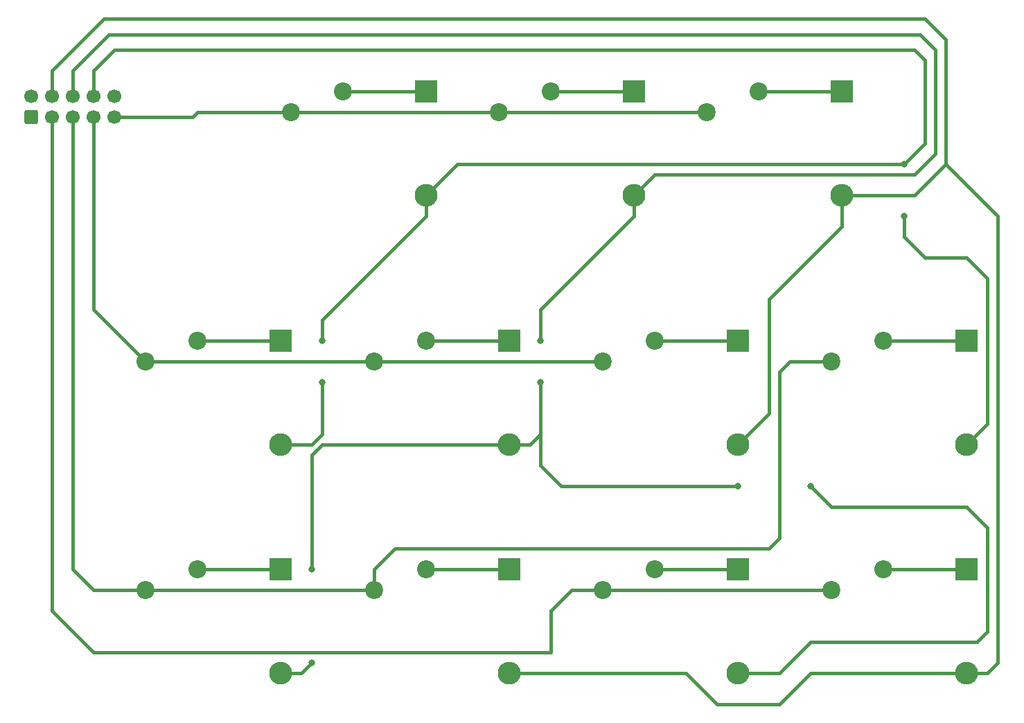
<source format=gbr>
%TF.GenerationSoftware,KiCad,Pcbnew,7.0.0-da2b9df05c~171~ubuntu22.04.1*%
%TF.CreationDate,2023-03-16T18:49:30-03:00*%
%TF.ProjectId,side_board,73696465-5f62-46f6-9172-642e6b696361,rev?*%
%TF.SameCoordinates,Original*%
%TF.FileFunction,Copper,L2,Bot*%
%TF.FilePolarity,Positive*%
%FSLAX46Y46*%
G04 Gerber Fmt 4.6, Leading zero omitted, Abs format (unit mm)*
G04 Created by KiCad (PCBNEW 7.0.0-da2b9df05c~171~ubuntu22.04.1) date 2023-03-16 18:49:30*
%MOMM*%
%LPD*%
G01*
G04 APERTURE LIST*
G04 Aperture macros list*
%AMRoundRect*
0 Rectangle with rounded corners*
0 $1 Rounding radius*
0 $2 $3 $4 $5 $6 $7 $8 $9 X,Y pos of 4 corners*
0 Add a 4 corners polygon primitive as box body*
4,1,4,$2,$3,$4,$5,$6,$7,$8,$9,$2,$3,0*
0 Add four circle primitives for the rounded corners*
1,1,$1+$1,$2,$3*
1,1,$1+$1,$4,$5*
1,1,$1+$1,$6,$7*
1,1,$1+$1,$8,$9*
0 Add four rect primitives between the rounded corners*
20,1,$1+$1,$2,$3,$4,$5,0*
20,1,$1+$1,$4,$5,$6,$7,0*
20,1,$1+$1,$6,$7,$8,$9,0*
20,1,$1+$1,$8,$9,$2,$3,0*%
G04 Aperture macros list end*
%TA.AperFunction,ComponentPad*%
%ADD10RoundRect,0.250000X0.600000X-0.600000X0.600000X0.600000X-0.600000X0.600000X-0.600000X-0.600000X0*%
%TD*%
%TA.AperFunction,ComponentPad*%
%ADD11C,1.700000*%
%TD*%
%TA.AperFunction,ComponentPad*%
%ADD12C,2.200000*%
%TD*%
%TA.AperFunction,ComponentPad*%
%ADD13R,2.800000X2.800000*%
%TD*%
%TA.AperFunction,ComponentPad*%
%ADD14O,2.800000X2.800000*%
%TD*%
%TA.AperFunction,ViaPad*%
%ADD15C,0.800000*%
%TD*%
%TA.AperFunction,Conductor*%
%ADD16C,0.400000*%
%TD*%
G04 APERTURE END LIST*
D10*
%TO.P,J1,1,Pin_1*%
%TO.N,GND*%
X58420000Y-53957500D03*
D11*
%TO.P,J1,2,Pin_2*%
%TO.N,+5V*%
X58420000Y-51417500D03*
%TO.P,J1,3,Pin_3*%
%TO.N,dpad_column_H*%
X60960000Y-53957500D03*
%TO.P,J1,4,Pin_4*%
%TO.N,dpad_row_3*%
X60960000Y-51417500D03*
%TO.P,J1,5,Pin_5*%
%TO.N,dpad_column_G*%
X63500000Y-53957500D03*
%TO.P,J1,6,Pin_6*%
%TO.N,dpad_row_2*%
X63500000Y-51417500D03*
%TO.P,J1,7,Pin_7*%
%TO.N,dpad_column_F*%
X66040000Y-53957500D03*
%TO.P,J1,8,Pin_8*%
%TO.N,dpad_row_1*%
X66040000Y-51417500D03*
%TO.P,J1,9,Pin_9*%
%TO.N,dpad_column_E*%
X68580000Y-53957500D03*
%TO.P,J1,10,Pin_10*%
%TO.N,padsLED_R*%
X68580000Y-51417500D03*
%TD*%
D12*
%TO.P,SW4,1,A*%
%TO.N,Net-(D12-K)*%
X78740000Y-81280000D03*
%TO.P,SW4,2,B*%
%TO.N,dpad_column_F*%
X72390000Y-83820000D03*
%TD*%
%TO.P,SW6,1,A*%
%TO.N,Net-(D14-K)*%
X134620000Y-81280000D03*
%TO.P,SW6,2,B*%
%TO.N,dpad_column_F*%
X128270000Y-83820000D03*
%TD*%
%TO.P,SW1,2,B*%
%TO.N,dpad_column_E*%
X90170000Y-53340000D03*
%TO.P,SW1,1,A*%
%TO.N,Net-(D9-K)*%
X96520000Y-50800000D03*
%TD*%
%TO.P,SW8,1,A*%
%TO.N,Net-(D16-K)*%
X78740000Y-109220000D03*
%TO.P,SW8,2,B*%
%TO.N,dpad_column_G*%
X72390000Y-111760000D03*
%TD*%
D13*
%TO.P,D9,1,K*%
%TO.N,Net-(D9-K)*%
X106679999Y-50799999D03*
D14*
%TO.P,D9,2,A*%
%TO.N,dpad_row_1*%
X106679999Y-63499999D03*
%TD*%
D12*
%TO.P,SW11,1,A*%
%TO.N,Net-(D19-K)*%
X162560000Y-109220000D03*
%TO.P,SW11,2,B*%
%TO.N,dpad_column_H*%
X156210000Y-111760000D03*
%TD*%
%TO.P,SW10,1,A*%
%TO.N,Net-(D18-K)*%
X134620000Y-109220000D03*
%TO.P,SW10,2,B*%
%TO.N,dpad_column_H*%
X128270000Y-111760000D03*
%TD*%
D13*
%TO.P,D17,1,K*%
%TO.N,Net-(D17-K)*%
X116839999Y-109219999D03*
D14*
%TO.P,D17,2,A*%
%TO.N,dpad_row_3*%
X116839999Y-121919999D03*
%TD*%
D12*
%TO.P,SW3,2,B*%
%TO.N,dpad_column_E*%
X140970000Y-53340000D03*
%TO.P,SW3,1,A*%
%TO.N,Net-(D11-K)*%
X147320000Y-50800000D03*
%TD*%
D13*
%TO.P,D15,1,K*%
%TO.N,Net-(D15-K)*%
X172719999Y-81279999D03*
D14*
%TO.P,D15,2,A*%
%TO.N,dpad_row_1*%
X172719999Y-93979999D03*
%TD*%
D13*
%TO.P,D10,1,K*%
%TO.N,Net-(D10-K)*%
X132079999Y-50799999D03*
D14*
%TO.P,D10,2,A*%
%TO.N,dpad_row_2*%
X132079999Y-63499999D03*
%TD*%
D13*
%TO.P,D12,1,K*%
%TO.N,Net-(D12-K)*%
X88899999Y-81279999D03*
D14*
%TO.P,D12,2,A*%
%TO.N,dpad_row_1*%
X88899999Y-93979999D03*
%TD*%
D13*
%TO.P,D13,1,K*%
%TO.N,Net-(D13-K)*%
X116839999Y-81279999D03*
D14*
%TO.P,D13,2,A*%
%TO.N,dpad_row_2*%
X116839999Y-93979999D03*
%TD*%
D12*
%TO.P,SW9,2,B*%
%TO.N,dpad_column_G*%
X100330000Y-111760000D03*
%TO.P,SW9,1,A*%
%TO.N,Net-(D17-K)*%
X106680000Y-109220000D03*
%TD*%
%TO.P,SW7,1,A*%
%TO.N,Net-(D15-K)*%
X162560000Y-81280000D03*
%TO.P,SW7,2,B*%
%TO.N,dpad_column_G*%
X156210000Y-83820000D03*
%TD*%
D13*
%TO.P,D11,1,K*%
%TO.N,Net-(D11-K)*%
X157479999Y-50799999D03*
D14*
%TO.P,D11,2,A*%
%TO.N,dpad_row_3*%
X157479999Y-63499999D03*
%TD*%
D13*
%TO.P,D19,1,K*%
%TO.N,Net-(D19-K)*%
X172719999Y-109219999D03*
D14*
%TO.P,D19,2,A*%
%TO.N,dpad_row_3*%
X172719999Y-121919999D03*
%TD*%
D12*
%TO.P,SW5,1,A*%
%TO.N,Net-(D13-K)*%
X106680000Y-81280000D03*
%TO.P,SW5,2,B*%
%TO.N,dpad_column_F*%
X100330000Y-83820000D03*
%TD*%
%TO.P,SW2,1,A*%
%TO.N,Net-(D10-K)*%
X121920000Y-50800000D03*
%TO.P,SW2,2,B*%
%TO.N,dpad_column_E*%
X115570000Y-53340000D03*
%TD*%
D13*
%TO.P,D14,1,K*%
%TO.N,Net-(D14-K)*%
X144779999Y-81279999D03*
D14*
%TO.P,D14,2,A*%
%TO.N,dpad_row_3*%
X144779999Y-93979999D03*
%TD*%
D13*
%TO.P,D16,1,K*%
%TO.N,Net-(D16-K)*%
X88899999Y-109219999D03*
D14*
%TO.P,D16,2,A*%
%TO.N,dpad_row_2*%
X88899999Y-121919999D03*
%TD*%
D13*
%TO.P,D18,1,K*%
%TO.N,Net-(D18-K)*%
X144779999Y-109219999D03*
D14*
%TO.P,D18,2,A*%
%TO.N,dpad_row_2*%
X144779999Y-121919999D03*
%TD*%
D15*
%TO.N,dpad_row_2*%
X153670000Y-99060000D03*
X144780000Y-99060000D03*
%TO.N,dpad_row_1*%
X165100000Y-59690000D03*
X165100000Y-66040000D03*
%TO.N,dpad_row_2*%
X92710000Y-120650000D03*
X92710000Y-109220000D03*
%TO.N,dpad_row_1*%
X93980000Y-86360000D03*
X93980000Y-81280000D03*
%TO.N,dpad_row_2*%
X120650000Y-86360000D03*
X120650000Y-81280000D03*
%TD*%
D16*
%TO.N,dpad_row_2*%
X123190000Y-99060000D02*
X144780000Y-99060000D01*
X120650000Y-92710000D02*
X120650000Y-96520000D01*
X120650000Y-96520000D02*
X123190000Y-99060000D01*
X156210000Y-101600000D02*
X153670000Y-99060000D01*
X172720000Y-101600000D02*
X156210000Y-101600000D01*
%TO.N,dpad_column_G*%
X100330000Y-111760000D02*
X100330000Y-109220000D01*
X100330000Y-109220000D02*
X102870000Y-106680000D01*
X102870000Y-106680000D02*
X148590000Y-106680000D01*
X148590000Y-106680000D02*
X149860000Y-105410000D01*
X149860000Y-105410000D02*
X149860000Y-85090000D01*
X149860000Y-85090000D02*
X151130000Y-83820000D01*
X151130000Y-83820000D02*
X156210000Y-83820000D01*
%TO.N,dpad_row_3*%
X167640000Y-41910000D02*
X67310000Y-41910000D01*
X170180000Y-59690000D02*
X170180000Y-44450000D01*
X170180000Y-44450000D02*
X167640000Y-41910000D01*
%TO.N,dpad_row_2*%
X144780000Y-121920000D02*
X149860000Y-121920000D01*
X149860000Y-121920000D02*
X153670000Y-118110000D01*
X175260000Y-104140000D02*
X172720000Y-101600000D01*
X153670000Y-118110000D02*
X173990000Y-118110000D01*
X173990000Y-118110000D02*
X175260000Y-116840000D01*
X175260000Y-116840000D02*
X175260000Y-104140000D01*
%TO.N,dpad_row_1*%
X165100000Y-68580000D02*
X165100000Y-66040000D01*
X167640000Y-71120000D02*
X165100000Y-68580000D01*
X175260000Y-91440000D02*
X175260000Y-73660000D01*
X172720000Y-93980000D02*
X175260000Y-91440000D01*
X175260000Y-73660000D02*
X172720000Y-71120000D01*
X172720000Y-71120000D02*
X167640000Y-71120000D01*
%TO.N,dpad_row_3*%
X176530000Y-66040000D02*
X176530000Y-120650000D01*
X170180000Y-59690000D02*
X176530000Y-66040000D01*
X176530000Y-120650000D02*
X175260000Y-121920000D01*
X175260000Y-121920000D02*
X172720000Y-121920000D01*
X60960000Y-51417500D02*
X60960000Y-48260000D01*
X60960000Y-48260000D02*
X67310000Y-41910000D01*
X170180000Y-59690000D02*
X166370000Y-63500000D01*
X166370000Y-63500000D02*
X157480000Y-63500000D01*
%TO.N,dpad_row_1*%
X66040000Y-51417500D02*
X66040000Y-48260000D01*
X66040000Y-48260000D02*
X68580000Y-45720000D01*
X167640000Y-57150000D02*
X165100000Y-59690000D01*
X68580000Y-45720000D02*
X166370000Y-45720000D01*
X166370000Y-45720000D02*
X167640000Y-46990000D01*
X167640000Y-46990000D02*
X167640000Y-57150000D01*
X165100000Y-59690000D02*
X110490000Y-59690000D01*
X110490000Y-59690000D02*
X106680000Y-63500000D01*
%TO.N,dpad_row_2*%
X63500000Y-51417500D02*
X63500000Y-48260000D01*
X63500000Y-48260000D02*
X67910000Y-43850000D01*
X67910000Y-43850000D02*
X167040000Y-43850000D01*
X167040000Y-43850000D02*
X168910000Y-45720000D01*
X168910000Y-45720000D02*
X168910000Y-58420000D01*
X168910000Y-58420000D02*
X166370000Y-60960000D01*
X166370000Y-60960000D02*
X134620000Y-60960000D01*
X134620000Y-60960000D02*
X132080000Y-63500000D01*
X91440000Y-121920000D02*
X92710000Y-120650000D01*
X88900000Y-121920000D02*
X91440000Y-121920000D01*
X92710000Y-95250000D02*
X92710000Y-109220000D01*
X116840000Y-93980000D02*
X93980000Y-93980000D01*
X93980000Y-93980000D02*
X92710000Y-95250000D01*
%TO.N,dpad_row_3*%
X149860000Y-125730000D02*
X153670000Y-121920000D01*
X138430000Y-121920000D02*
X142240000Y-125730000D01*
X116840000Y-121920000D02*
X138430000Y-121920000D01*
X142240000Y-125730000D02*
X149860000Y-125730000D01*
X153670000Y-121920000D02*
X172720000Y-121920000D01*
%TO.N,dpad_column_H*%
X60960000Y-53957500D02*
X60960000Y-114300000D01*
X60960000Y-114300000D02*
X66040000Y-119380000D01*
X66040000Y-119380000D02*
X121920000Y-119380000D01*
X121920000Y-119380000D02*
X121920000Y-114300000D01*
X121920000Y-114300000D02*
X124460000Y-111760000D01*
X124460000Y-111760000D02*
X128270000Y-111760000D01*
%TO.N,dpad_column_G*%
X63500000Y-109220000D02*
X66040000Y-111760000D01*
X63500000Y-53957500D02*
X63500000Y-109220000D01*
X66040000Y-111760000D02*
X72390000Y-111760000D01*
%TO.N,dpad_column_F*%
X66040000Y-53957500D02*
X66040000Y-77470000D01*
X66040000Y-77470000D02*
X72390000Y-83820000D01*
%TO.N,dpad_row_3*%
X157480000Y-67310000D02*
X148590000Y-76200000D01*
X157480000Y-63500000D02*
X157480000Y-67310000D01*
X148590000Y-76200000D02*
X148590000Y-90170000D01*
X148590000Y-90170000D02*
X144780000Y-93980000D01*
%TO.N,dpad_row_2*%
X120650000Y-92710000D02*
X120650000Y-86360000D01*
X116840000Y-93980000D02*
X119380000Y-93980000D01*
X119380000Y-93980000D02*
X120650000Y-92710000D01*
X120650000Y-77470000D02*
X120650000Y-81280000D01*
X132080000Y-66040000D02*
X120650000Y-77470000D01*
X132080000Y-63500000D02*
X132080000Y-66040000D01*
%TO.N,dpad_row_1*%
X88900000Y-93980000D02*
X92710000Y-93980000D01*
X93980000Y-92710000D02*
X93980000Y-86360000D01*
X92710000Y-93980000D02*
X93980000Y-92710000D01*
X93980000Y-78740000D02*
X93980000Y-81280000D01*
X106680000Y-66040000D02*
X93980000Y-78740000D01*
X106680000Y-63500000D02*
X106680000Y-66040000D01*
%TO.N,dpad_column_E*%
X78122500Y-53957500D02*
X78740000Y-53340000D01*
X68580000Y-53957500D02*
X78122500Y-53957500D01*
X78740000Y-53340000D02*
X90170000Y-53340000D01*
%TO.N,dpad_column_H*%
X128270000Y-111760000D02*
X156210000Y-111760000D01*
%TO.N,dpad_column_G*%
X72390000Y-111760000D02*
X100330000Y-111760000D01*
%TO.N,Net-(D19-K)*%
X162560000Y-109220000D02*
X172720000Y-109220000D01*
%TO.N,Net-(D18-K)*%
X134620000Y-109220000D02*
X144780000Y-109220000D01*
%TO.N,Net-(D17-K)*%
X106680000Y-109220000D02*
X116840000Y-109220000D01*
%TO.N,Net-(D16-K)*%
X78740000Y-109220000D02*
X88900000Y-109220000D01*
%TO.N,Net-(D15-K)*%
X162560000Y-81280000D02*
X172720000Y-81280000D01*
%TO.N,Net-(D14-K)*%
X134620000Y-81280000D02*
X144780000Y-81280000D01*
%TO.N,Net-(D13-K)*%
X106680000Y-81280000D02*
X116840000Y-81280000D01*
%TO.N,Net-(D12-K)*%
X78740000Y-81280000D02*
X88900000Y-81280000D01*
%TO.N,Net-(D9-K)*%
X96520000Y-50800000D02*
X106680000Y-50800000D01*
%TO.N,Net-(D10-K)*%
X121920000Y-50800000D02*
X132080000Y-50800000D01*
%TO.N,Net-(D11-K)*%
X147320000Y-50800000D02*
X157480000Y-50800000D01*
%TO.N,dpad_column_F*%
X100330000Y-83820000D02*
X128270000Y-83820000D01*
X72390000Y-83820000D02*
X100330000Y-83820000D01*
%TO.N,dpad_column_E*%
X115570000Y-53340000D02*
X140970000Y-53340000D01*
X90170000Y-53340000D02*
X115570000Y-53340000D01*
%TD*%
M02*

</source>
